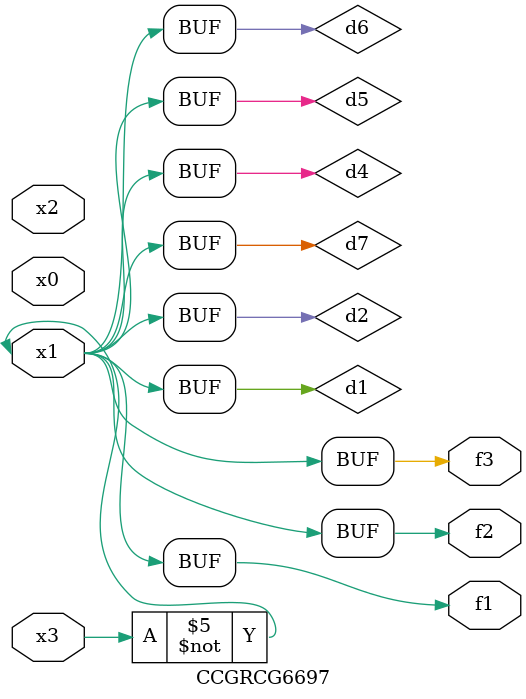
<source format=v>
module CCGRCG6697(
	input x0, x1, x2, x3,
	output f1, f2, f3
);

	wire d1, d2, d3, d4, d5, d6, d7;

	not (d1, x3);
	buf (d2, x1);
	xnor (d3, d1, d2);
	nor (d4, d1);
	buf (d5, d1, d2);
	buf (d6, d4, d5);
	nand (d7, d4);
	assign f1 = d6;
	assign f2 = d7;
	assign f3 = d6;
endmodule

</source>
